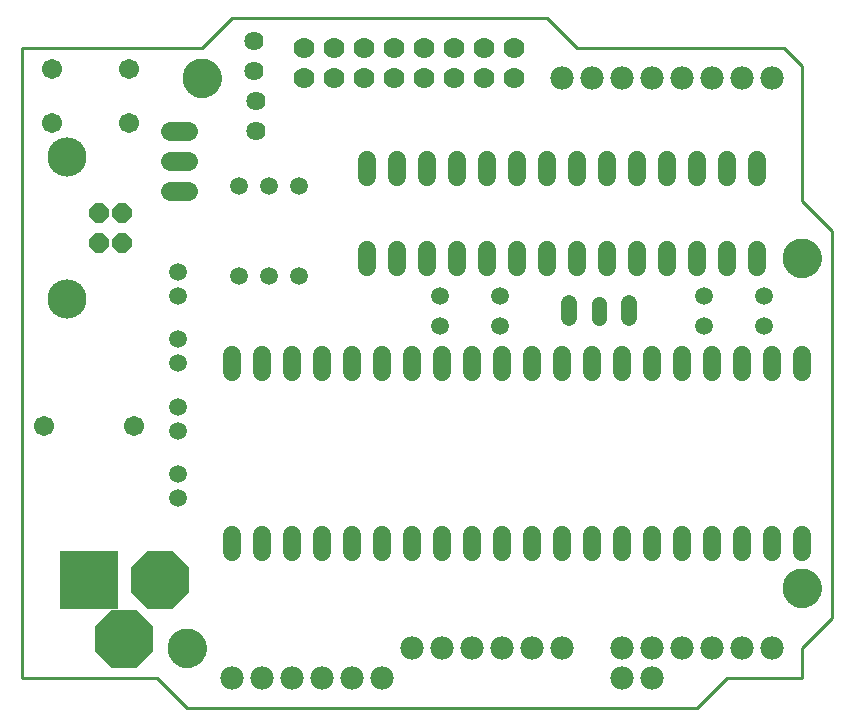
<source format=gbs>
G75*
G70*
%OFA0B0*%
%FSLAX24Y24*%
%IPPOS*%
%LPD*%
%AMOC8*
5,1,8,0,0,1.08239X$1,22.5*
%
%ADD10C,0.0000*%
%ADD11C,0.1300*%
%ADD12C,0.0100*%
%ADD13C,0.0600*%
%ADD14C,0.0780*%
%ADD15C,0.0700*%
%ADD16OC8,0.0654*%
%ADD17C,0.1306*%
%ADD18OC8,0.1940*%
%ADD19R,0.1940X0.1940*%
%ADD20C,0.0595*%
%ADD21C,0.0520*%
%ADD22C,0.0516*%
%ADD23C,0.0640*%
%ADD24C,0.0674*%
%ADD25C,0.0640*%
D10*
X007531Y015342D02*
X007533Y015392D01*
X007539Y015442D01*
X007549Y015491D01*
X007563Y015539D01*
X007580Y015586D01*
X007601Y015631D01*
X007626Y015675D01*
X007654Y015716D01*
X007686Y015755D01*
X007720Y015792D01*
X007757Y015826D01*
X007797Y015856D01*
X007839Y015883D01*
X007883Y015907D01*
X007929Y015928D01*
X007976Y015944D01*
X008024Y015957D01*
X008074Y015966D01*
X008123Y015971D01*
X008174Y015972D01*
X008224Y015969D01*
X008273Y015962D01*
X008322Y015951D01*
X008370Y015936D01*
X008416Y015918D01*
X008461Y015896D01*
X008504Y015870D01*
X008545Y015841D01*
X008584Y015809D01*
X008620Y015774D01*
X008652Y015736D01*
X008682Y015696D01*
X008709Y015653D01*
X008732Y015609D01*
X008751Y015563D01*
X008767Y015515D01*
X008779Y015466D01*
X008787Y015417D01*
X008791Y015367D01*
X008791Y015317D01*
X008787Y015267D01*
X008779Y015218D01*
X008767Y015169D01*
X008751Y015121D01*
X008732Y015075D01*
X008709Y015031D01*
X008682Y014988D01*
X008652Y014948D01*
X008620Y014910D01*
X008584Y014875D01*
X008545Y014843D01*
X008504Y014814D01*
X008461Y014788D01*
X008416Y014766D01*
X008370Y014748D01*
X008322Y014733D01*
X008273Y014722D01*
X008224Y014715D01*
X008174Y014712D01*
X008123Y014713D01*
X008074Y014718D01*
X008024Y014727D01*
X007976Y014740D01*
X007929Y014756D01*
X007883Y014777D01*
X007839Y014801D01*
X007797Y014828D01*
X007757Y014858D01*
X007720Y014892D01*
X007686Y014929D01*
X007654Y014968D01*
X007626Y015009D01*
X007601Y015053D01*
X007580Y015098D01*
X007563Y015145D01*
X007549Y015193D01*
X007539Y015242D01*
X007533Y015292D01*
X007531Y015342D01*
X028031Y017342D02*
X028033Y017392D01*
X028039Y017442D01*
X028049Y017491D01*
X028063Y017539D01*
X028080Y017586D01*
X028101Y017631D01*
X028126Y017675D01*
X028154Y017716D01*
X028186Y017755D01*
X028220Y017792D01*
X028257Y017826D01*
X028297Y017856D01*
X028339Y017883D01*
X028383Y017907D01*
X028429Y017928D01*
X028476Y017944D01*
X028524Y017957D01*
X028574Y017966D01*
X028623Y017971D01*
X028674Y017972D01*
X028724Y017969D01*
X028773Y017962D01*
X028822Y017951D01*
X028870Y017936D01*
X028916Y017918D01*
X028961Y017896D01*
X029004Y017870D01*
X029045Y017841D01*
X029084Y017809D01*
X029120Y017774D01*
X029152Y017736D01*
X029182Y017696D01*
X029209Y017653D01*
X029232Y017609D01*
X029251Y017563D01*
X029267Y017515D01*
X029279Y017466D01*
X029287Y017417D01*
X029291Y017367D01*
X029291Y017317D01*
X029287Y017267D01*
X029279Y017218D01*
X029267Y017169D01*
X029251Y017121D01*
X029232Y017075D01*
X029209Y017031D01*
X029182Y016988D01*
X029152Y016948D01*
X029120Y016910D01*
X029084Y016875D01*
X029045Y016843D01*
X029004Y016814D01*
X028961Y016788D01*
X028916Y016766D01*
X028870Y016748D01*
X028822Y016733D01*
X028773Y016722D01*
X028724Y016715D01*
X028674Y016712D01*
X028623Y016713D01*
X028574Y016718D01*
X028524Y016727D01*
X028476Y016740D01*
X028429Y016756D01*
X028383Y016777D01*
X028339Y016801D01*
X028297Y016828D01*
X028257Y016858D01*
X028220Y016892D01*
X028186Y016929D01*
X028154Y016968D01*
X028126Y017009D01*
X028101Y017053D01*
X028080Y017098D01*
X028063Y017145D01*
X028049Y017193D01*
X028039Y017242D01*
X028033Y017292D01*
X028031Y017342D01*
X028031Y028342D02*
X028033Y028392D01*
X028039Y028442D01*
X028049Y028491D01*
X028063Y028539D01*
X028080Y028586D01*
X028101Y028631D01*
X028126Y028675D01*
X028154Y028716D01*
X028186Y028755D01*
X028220Y028792D01*
X028257Y028826D01*
X028297Y028856D01*
X028339Y028883D01*
X028383Y028907D01*
X028429Y028928D01*
X028476Y028944D01*
X028524Y028957D01*
X028574Y028966D01*
X028623Y028971D01*
X028674Y028972D01*
X028724Y028969D01*
X028773Y028962D01*
X028822Y028951D01*
X028870Y028936D01*
X028916Y028918D01*
X028961Y028896D01*
X029004Y028870D01*
X029045Y028841D01*
X029084Y028809D01*
X029120Y028774D01*
X029152Y028736D01*
X029182Y028696D01*
X029209Y028653D01*
X029232Y028609D01*
X029251Y028563D01*
X029267Y028515D01*
X029279Y028466D01*
X029287Y028417D01*
X029291Y028367D01*
X029291Y028317D01*
X029287Y028267D01*
X029279Y028218D01*
X029267Y028169D01*
X029251Y028121D01*
X029232Y028075D01*
X029209Y028031D01*
X029182Y027988D01*
X029152Y027948D01*
X029120Y027910D01*
X029084Y027875D01*
X029045Y027843D01*
X029004Y027814D01*
X028961Y027788D01*
X028916Y027766D01*
X028870Y027748D01*
X028822Y027733D01*
X028773Y027722D01*
X028724Y027715D01*
X028674Y027712D01*
X028623Y027713D01*
X028574Y027718D01*
X028524Y027727D01*
X028476Y027740D01*
X028429Y027756D01*
X028383Y027777D01*
X028339Y027801D01*
X028297Y027828D01*
X028257Y027858D01*
X028220Y027892D01*
X028186Y027929D01*
X028154Y027968D01*
X028126Y028009D01*
X028101Y028053D01*
X028080Y028098D01*
X028063Y028145D01*
X028049Y028193D01*
X028039Y028242D01*
X028033Y028292D01*
X028031Y028342D01*
X008031Y034342D02*
X008033Y034392D01*
X008039Y034442D01*
X008049Y034491D01*
X008063Y034539D01*
X008080Y034586D01*
X008101Y034631D01*
X008126Y034675D01*
X008154Y034716D01*
X008186Y034755D01*
X008220Y034792D01*
X008257Y034826D01*
X008297Y034856D01*
X008339Y034883D01*
X008383Y034907D01*
X008429Y034928D01*
X008476Y034944D01*
X008524Y034957D01*
X008574Y034966D01*
X008623Y034971D01*
X008674Y034972D01*
X008724Y034969D01*
X008773Y034962D01*
X008822Y034951D01*
X008870Y034936D01*
X008916Y034918D01*
X008961Y034896D01*
X009004Y034870D01*
X009045Y034841D01*
X009084Y034809D01*
X009120Y034774D01*
X009152Y034736D01*
X009182Y034696D01*
X009209Y034653D01*
X009232Y034609D01*
X009251Y034563D01*
X009267Y034515D01*
X009279Y034466D01*
X009287Y034417D01*
X009291Y034367D01*
X009291Y034317D01*
X009287Y034267D01*
X009279Y034218D01*
X009267Y034169D01*
X009251Y034121D01*
X009232Y034075D01*
X009209Y034031D01*
X009182Y033988D01*
X009152Y033948D01*
X009120Y033910D01*
X009084Y033875D01*
X009045Y033843D01*
X009004Y033814D01*
X008961Y033788D01*
X008916Y033766D01*
X008870Y033748D01*
X008822Y033733D01*
X008773Y033722D01*
X008724Y033715D01*
X008674Y033712D01*
X008623Y033713D01*
X008574Y033718D01*
X008524Y033727D01*
X008476Y033740D01*
X008429Y033756D01*
X008383Y033777D01*
X008339Y033801D01*
X008297Y033828D01*
X008257Y033858D01*
X008220Y033892D01*
X008186Y033929D01*
X008154Y033968D01*
X008126Y034009D01*
X008101Y034053D01*
X008080Y034098D01*
X008063Y034145D01*
X008049Y034193D01*
X008039Y034242D01*
X008033Y034292D01*
X008031Y034342D01*
D11*
X008661Y034342D03*
X028661Y028342D03*
X028661Y017342D03*
X008161Y015342D03*
D12*
X007161Y014342D02*
X008161Y013342D01*
X025161Y013342D01*
X026161Y014342D01*
X028661Y014342D01*
X028661Y015342D01*
X029661Y016342D01*
X029661Y029242D01*
X028661Y030242D01*
X028661Y034742D01*
X028061Y035342D01*
X021161Y035342D01*
X020161Y036342D01*
X009661Y036342D01*
X008661Y035342D01*
X002661Y035342D01*
X002661Y014342D01*
X007161Y014342D01*
D13*
X009661Y018562D02*
X009661Y019122D01*
X010661Y019122D02*
X010661Y018562D01*
X011661Y018562D02*
X011661Y019122D01*
X012661Y019122D02*
X012661Y018562D01*
X013661Y018562D02*
X013661Y019122D01*
X014661Y019122D02*
X014661Y018562D01*
X015661Y018562D02*
X015661Y019122D01*
X016661Y019122D02*
X016661Y018562D01*
X017661Y018562D02*
X017661Y019122D01*
X018661Y019122D02*
X018661Y018562D01*
X019661Y018562D02*
X019661Y019122D01*
X020661Y019122D02*
X020661Y018562D01*
X021661Y018562D02*
X021661Y019122D01*
X022661Y019122D02*
X022661Y018562D01*
X023661Y018562D02*
X023661Y019122D01*
X024661Y019122D02*
X024661Y018562D01*
X025661Y018562D02*
X025661Y019122D01*
X026661Y019122D02*
X026661Y018562D01*
X027661Y018562D02*
X027661Y019122D01*
X028661Y019122D02*
X028661Y018562D01*
X028661Y024562D02*
X028661Y025122D01*
X027661Y025122D02*
X027661Y024562D01*
X026661Y024562D02*
X026661Y025122D01*
X025661Y025122D02*
X025661Y024562D01*
X024661Y024562D02*
X024661Y025122D01*
X023661Y025122D02*
X023661Y024562D01*
X022661Y024562D02*
X022661Y025122D01*
X021661Y025122D02*
X021661Y024562D01*
X020661Y024562D02*
X020661Y025122D01*
X019661Y025122D02*
X019661Y024562D01*
X018661Y024562D02*
X018661Y025122D01*
X017661Y025122D02*
X017661Y024562D01*
X016661Y024562D02*
X016661Y025122D01*
X015661Y025122D02*
X015661Y024562D01*
X014661Y024562D02*
X014661Y025122D01*
X013661Y025122D02*
X013661Y024562D01*
X012661Y024562D02*
X012661Y025122D01*
X011661Y025122D02*
X011661Y024562D01*
X010661Y024562D02*
X010661Y025122D01*
X009661Y025122D02*
X009661Y024562D01*
X014161Y028062D02*
X014161Y028622D01*
X015161Y028622D02*
X015161Y028062D01*
X016161Y028062D02*
X016161Y028622D01*
X017161Y028622D02*
X017161Y028062D01*
X018161Y028062D02*
X018161Y028622D01*
X019161Y028622D02*
X019161Y028062D01*
X020161Y028062D02*
X020161Y028622D01*
X021161Y028622D02*
X021161Y028062D01*
X022161Y028062D02*
X022161Y028622D01*
X023161Y028622D02*
X023161Y028062D01*
X024161Y028062D02*
X024161Y028622D01*
X025161Y028622D02*
X025161Y028062D01*
X026161Y028062D02*
X026161Y028622D01*
X027161Y028622D02*
X027161Y028062D01*
X027161Y031062D02*
X027161Y031622D01*
X026161Y031622D02*
X026161Y031062D01*
X025161Y031062D02*
X025161Y031622D01*
X024161Y031622D02*
X024161Y031062D01*
X023161Y031062D02*
X023161Y031622D01*
X022161Y031622D02*
X022161Y031062D01*
X021161Y031062D02*
X021161Y031622D01*
X020161Y031622D02*
X020161Y031062D01*
X019161Y031062D02*
X019161Y031622D01*
X018161Y031622D02*
X018161Y031062D01*
X017161Y031062D02*
X017161Y031622D01*
X016161Y031622D02*
X016161Y031062D01*
X015161Y031062D02*
X015161Y031622D01*
X014161Y031622D02*
X014161Y031062D01*
D14*
X020661Y034342D03*
X021661Y034342D03*
X022661Y034342D03*
X023661Y034342D03*
X024661Y034342D03*
X025661Y034342D03*
X026661Y034342D03*
X027661Y034342D03*
X027661Y015342D03*
X026661Y015342D03*
X025661Y015342D03*
X024661Y015342D03*
X023661Y015342D03*
X023661Y014342D03*
X022661Y014342D03*
X022661Y015342D03*
X020661Y015342D03*
X019661Y015342D03*
X018661Y015342D03*
X017661Y015342D03*
X016661Y015342D03*
X015661Y015342D03*
X014661Y014342D03*
X013661Y014342D03*
X012661Y014342D03*
X011661Y014342D03*
X010661Y014342D03*
X009661Y014342D03*
D15*
X012061Y034342D03*
X013061Y034342D03*
X014061Y034342D03*
X015061Y034342D03*
X016061Y034342D03*
X017061Y034342D03*
X018061Y034342D03*
X019061Y034342D03*
X019061Y035342D03*
X018061Y035342D03*
X017061Y035342D03*
X016061Y035342D03*
X015061Y035342D03*
X014061Y035342D03*
X013061Y035342D03*
X012061Y035342D03*
D16*
X006015Y029834D03*
X005228Y029834D03*
X005228Y028850D03*
X006015Y028850D03*
D17*
X004161Y026980D03*
X004161Y031704D03*
D18*
X007261Y017612D03*
X006081Y015642D03*
D19*
X004901Y017612D03*
D20*
X007861Y020342D03*
X007861Y021142D03*
X007861Y022592D03*
X007861Y023392D03*
X007861Y024842D03*
X007861Y025642D03*
X007861Y027092D03*
X007861Y027892D03*
X009911Y027742D03*
X010911Y027742D03*
X011911Y027742D03*
X011911Y030742D03*
X010911Y030742D03*
X009911Y030742D03*
X016611Y027092D03*
X016611Y026092D03*
X018611Y026092D03*
X018611Y027092D03*
X025411Y027092D03*
X025411Y026092D03*
X027411Y026092D03*
X027411Y027092D03*
D21*
X022911Y026832D02*
X022911Y026352D01*
X020911Y026352D02*
X020911Y026832D01*
D22*
X021911Y026830D02*
X021911Y026354D01*
D23*
X010461Y032592D03*
X010461Y033592D03*
X010411Y034592D03*
X010411Y035592D03*
D24*
X006241Y034632D03*
X006241Y032852D03*
X003681Y032852D03*
X003681Y034632D03*
X003411Y022742D03*
X006411Y022742D03*
D25*
X007611Y030592D02*
X008211Y030592D01*
X008211Y031592D02*
X007611Y031592D01*
X007611Y032592D02*
X008211Y032592D01*
M02*

</source>
